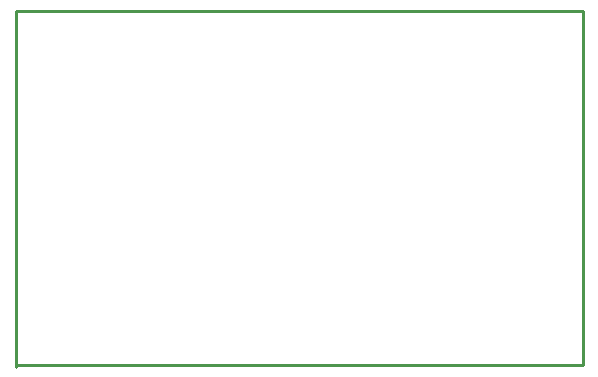
<source format=gko>
G04 Layer: BoardOutlineLayer*
G04 EasyEDA v6.5.46, 2025-07-09 13:41:03*
G04 12fb059d76d7480aa4ea8a5eff3d1b86,10*
G04 Gerber Generator version 0.2*
G04 Scale: 100 percent, Rotated: No, Reflected: No *
G04 Dimensions in millimeters *
G04 leading zeros omitted , absolute positions ,4 integer and 5 decimal *
%FSLAX45Y45*%
%MOMM*%

%ADD10C,0.2540*%
D10*
X0Y-12700D02*
G01*
X0Y2987296D01*
X4799995Y2999996D02*
G01*
X4799995Y0D01*
X2Y0D01*
X2Y2999996D02*
G01*
X4799995Y2999996D01*

%LPD*%
M02*

</source>
